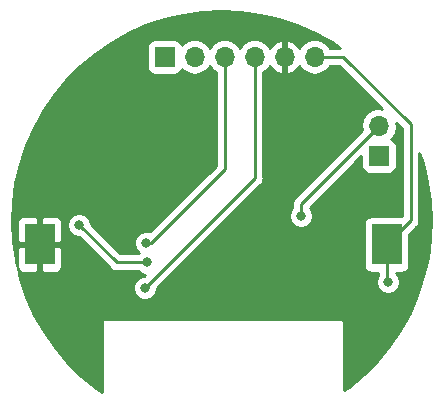
<source format=gbr>
G04 #@! TF.GenerationSoftware,KiCad,Pcbnew,5.0.2-bee76a0~70~ubuntu18.04.1*
G04 #@! TF.CreationDate,2018-12-11T14:37:26+01:00*
G04 #@! TF.ProjectId,Thermometer,54686572-6d6f-46d6-9574-65722e6b6963,rev?*
G04 #@! TF.SameCoordinates,Original*
G04 #@! TF.FileFunction,Copper,L2,Bot*
G04 #@! TF.FilePolarity,Positive*
%FSLAX46Y46*%
G04 Gerber Fmt 4.6, Leading zero omitted, Abs format (unit mm)*
G04 Created by KiCad (PCBNEW 5.0.2-bee76a0~70~ubuntu18.04.1) date mar. 11 déc. 2018 14:37:26 CET*
%MOMM*%
%LPD*%
G01*
G04 APERTURE LIST*
G04 #@! TA.AperFunction,SMDPad,CuDef*
%ADD10R,2.540000X3.510000*%
G04 #@! TD*
G04 #@! TA.AperFunction,ComponentPad*
%ADD11R,1.700000X1.700000*%
G04 #@! TD*
G04 #@! TA.AperFunction,ComponentPad*
%ADD12O,1.700000X1.700000*%
G04 #@! TD*
G04 #@! TA.AperFunction,ViaPad*
%ADD13C,0.800000*%
G04 #@! TD*
G04 #@! TA.AperFunction,Conductor*
%ADD14C,0.250000*%
G04 #@! TD*
G04 #@! TA.AperFunction,Conductor*
%ADD15C,0.254000*%
G04 #@! TD*
G04 APERTURE END LIST*
D10*
G04 #@! TO.P,J1,1*
G04 #@! TO.N,/GND*
X114404000Y-102870000D03*
G04 #@! TO.P,J1,2*
G04 #@! TO.N,/3V3*
X143764000Y-102870000D03*
G04 #@! TD*
D11*
G04 #@! TO.P,BME280,1*
G04 #@! TO.N,Net-(J3-Pad1)*
X124968000Y-86995000D03*
D12*
G04 #@! TO.P,BME280,2*
G04 #@! TO.N,Net-(J3-Pad2)*
X127508000Y-86995000D03*
G04 #@! TO.P,BME280,3*
G04 #@! TO.N,/SDA*
X130048000Y-86995000D03*
G04 #@! TO.P,BME280,4*
G04 #@! TO.N,/SCL*
X132588000Y-86995000D03*
G04 #@! TO.P,BME280,5*
G04 #@! TO.N,/GND*
X135128000Y-86995000D03*
G04 #@! TO.P,BME280,6*
G04 #@! TO.N,/3V3*
X137668000Y-86995000D03*
G04 #@! TD*
D11*
G04 #@! TO.P,R3,1*
G04 #@! TO.N,/VLDR*
X143129000Y-95377000D03*
D12*
G04 #@! TO.P,R3,2*
G04 #@! TO.N,/LDR_ON*
X143129000Y-92837000D03*
G04 #@! TD*
D13*
G04 #@! TO.N,/GND*
X116459000Y-108331000D03*
G04 #@! TO.N,/3V3*
X143891000Y-106045000D03*
G04 #@! TO.N,/TX*
X117729000Y-101219000D03*
X123444000Y-104394000D03*
G04 #@! TO.N,/SCL*
X123309338Y-106545338D03*
G04 #@! TO.N,/SDA*
X123436338Y-102735338D03*
G04 #@! TO.N,/LDR_ON*
X136525000Y-100457000D03*
G04 #@! TD*
D14*
G04 #@! TO.N,/GND*
X114404000Y-104875000D02*
X114427000Y-104898000D01*
X114404000Y-102870000D02*
X114404000Y-104875000D01*
X116078000Y-108331000D02*
X116459000Y-108331000D01*
X114427000Y-106680000D02*
X116078000Y-108331000D01*
X114427000Y-104898000D02*
X114427000Y-106680000D01*
G04 #@! TO.N,/3V3*
X145796000Y-92710000D02*
X140081000Y-86995000D01*
X140081000Y-86995000D02*
X137668000Y-86995000D01*
X143764000Y-102870000D02*
X145796000Y-100838000D01*
X145796000Y-100838000D02*
X145796000Y-92710000D01*
X143764000Y-105918000D02*
X143891000Y-106045000D01*
X143764000Y-102870000D02*
X143764000Y-105918000D01*
G04 #@! TO.N,/TX*
X117729000Y-101219000D02*
X120904000Y-104394000D01*
X120904000Y-104394000D02*
X123444000Y-104394000D01*
G04 #@! TO.N,/SCL*
X132588000Y-97266676D02*
X123309338Y-106545338D01*
X132588000Y-86995000D02*
X132588000Y-97266676D01*
G04 #@! TO.N,/SDA*
X130048000Y-96520000D02*
X130048000Y-86995000D01*
X123436338Y-102735338D02*
X123832662Y-102735338D01*
X123832662Y-102735338D02*
X130048000Y-96520000D01*
G04 #@! TO.N,/LDR_ON*
X136525000Y-99891315D02*
X136525000Y-100457000D01*
X143129000Y-92837000D02*
X136525000Y-99441000D01*
X136525000Y-99441000D02*
X136525000Y-99891315D01*
G04 #@! TD*
D15*
G04 #@! TO.N,/GND*
G36*
X131401307Y-83176669D02*
X133025823Y-83400645D01*
X134622704Y-83773720D01*
X136178298Y-84292705D01*
X137679302Y-84953163D01*
X139112881Y-85749445D01*
X139823345Y-86235000D01*
X138946178Y-86235000D01*
X138738625Y-85924375D01*
X138247418Y-85596161D01*
X137814256Y-85510000D01*
X137521744Y-85510000D01*
X137088582Y-85596161D01*
X136597375Y-85924375D01*
X136384157Y-86243478D01*
X136323183Y-86113642D01*
X135894924Y-85723355D01*
X135484890Y-85553524D01*
X135255000Y-85674845D01*
X135255000Y-86868000D01*
X135275000Y-86868000D01*
X135275000Y-87122000D01*
X135255000Y-87122000D01*
X135255000Y-88315155D01*
X135484890Y-88436476D01*
X135894924Y-88266645D01*
X136323183Y-87876358D01*
X136384157Y-87746522D01*
X136597375Y-88065625D01*
X137088582Y-88393839D01*
X137521744Y-88480000D01*
X137814256Y-88480000D01*
X138247418Y-88393839D01*
X138738625Y-88065625D01*
X138946178Y-87755000D01*
X139766199Y-87755000D01*
X143385035Y-91373836D01*
X143275256Y-91352000D01*
X142982744Y-91352000D01*
X142549582Y-91438161D01*
X142058375Y-91766375D01*
X141730161Y-92257582D01*
X141614908Y-92837000D01*
X141687791Y-93203407D01*
X136040530Y-98850669D01*
X135977071Y-98893071D01*
X135809096Y-99144464D01*
X135765000Y-99366149D01*
X135765000Y-99366153D01*
X135750112Y-99441000D01*
X135765000Y-99515847D01*
X135765000Y-99753289D01*
X135647569Y-99870720D01*
X135490000Y-100251126D01*
X135490000Y-100662874D01*
X135647569Y-101043280D01*
X135938720Y-101334431D01*
X136319126Y-101492000D01*
X136730874Y-101492000D01*
X137111280Y-101334431D01*
X137402431Y-101043280D01*
X137560000Y-100662874D01*
X137560000Y-100251126D01*
X137402431Y-99870720D01*
X137286256Y-99754545D01*
X141631560Y-95409242D01*
X141631560Y-96227000D01*
X141680843Y-96474765D01*
X141821191Y-96684809D01*
X142031235Y-96825157D01*
X142279000Y-96874440D01*
X143979000Y-96874440D01*
X144226765Y-96825157D01*
X144436809Y-96684809D01*
X144577157Y-96474765D01*
X144626440Y-96227000D01*
X144626440Y-94527000D01*
X144577157Y-94279235D01*
X144436809Y-94069191D01*
X144226765Y-93928843D01*
X144181381Y-93919816D01*
X144199625Y-93907625D01*
X144527839Y-93416418D01*
X144643092Y-92837000D01*
X144592164Y-92580966D01*
X145036001Y-93024803D01*
X145036000Y-100467958D01*
X145034000Y-100467560D01*
X142494000Y-100467560D01*
X142246235Y-100516843D01*
X142036191Y-100657191D01*
X141895843Y-100867235D01*
X141846560Y-101115000D01*
X141846560Y-104625000D01*
X141895843Y-104872765D01*
X142036191Y-105082809D01*
X142246235Y-105223157D01*
X142494000Y-105272440D01*
X143004001Y-105272440D01*
X143004001Y-105481820D01*
X142856000Y-105839126D01*
X142856000Y-106250874D01*
X143013569Y-106631280D01*
X143304720Y-106922431D01*
X143685126Y-107080000D01*
X144096874Y-107080000D01*
X144477280Y-106922431D01*
X144768431Y-106631280D01*
X144926000Y-106250874D01*
X144926000Y-105839126D01*
X144768431Y-105458720D01*
X144582151Y-105272440D01*
X145034000Y-105272440D01*
X145281765Y-105223157D01*
X145491809Y-105082809D01*
X145632157Y-104872765D01*
X145681440Y-104625000D01*
X145681440Y-102027362D01*
X146280473Y-101428329D01*
X146343929Y-101385929D01*
X146511904Y-101134537D01*
X146556000Y-100912852D01*
X146556000Y-100912847D01*
X146570888Y-100838000D01*
X146556000Y-100763153D01*
X146556000Y-95103906D01*
X146849826Y-95979520D01*
X147225688Y-97575748D01*
X147452498Y-99199871D01*
X147528318Y-100838000D01*
X147463504Y-102352811D01*
X147248038Y-103978477D01*
X146883329Y-105577290D01*
X146372496Y-107135580D01*
X145719907Y-108640021D01*
X144931141Y-110077750D01*
X144012944Y-111436474D01*
X142973167Y-112704575D01*
X141820699Y-113871209D01*
X140565396Y-114926402D01*
X140127000Y-115230528D01*
X140127000Y-109347000D01*
X140117333Y-109298399D01*
X140089803Y-109257197D01*
X140048601Y-109229667D01*
X140000000Y-109220000D01*
X119761000Y-109220000D01*
X119712399Y-109229667D01*
X119671197Y-109257197D01*
X119643667Y-109298399D01*
X119634000Y-109347000D01*
X119634000Y-115352676D01*
X119170725Y-115038425D01*
X117904441Y-113996436D01*
X116739820Y-112841934D01*
X115686820Y-111584791D01*
X114754445Y-110235757D01*
X113950668Y-108806366D01*
X113282360Y-107308841D01*
X112755237Y-105755986D01*
X112536771Y-104842496D01*
X112595673Y-104984699D01*
X112774302Y-105163327D01*
X113007691Y-105260000D01*
X114118250Y-105260000D01*
X114277000Y-105101250D01*
X114277000Y-102997000D01*
X114531000Y-102997000D01*
X114531000Y-105101250D01*
X114689750Y-105260000D01*
X115800309Y-105260000D01*
X116033698Y-105163327D01*
X116212327Y-104984699D01*
X116309000Y-104751310D01*
X116309000Y-103155750D01*
X116150250Y-102997000D01*
X114531000Y-102997000D01*
X114277000Y-102997000D01*
X112657750Y-102997000D01*
X112499000Y-103155750D01*
X112499000Y-104684563D01*
X112373806Y-104161080D01*
X112141327Y-102537759D01*
X112064211Y-100988690D01*
X112499000Y-100988690D01*
X112499000Y-102584250D01*
X112657750Y-102743000D01*
X114277000Y-102743000D01*
X114277000Y-100638750D01*
X114531000Y-100638750D01*
X114531000Y-102743000D01*
X116150250Y-102743000D01*
X116309000Y-102584250D01*
X116309000Y-101013126D01*
X116694000Y-101013126D01*
X116694000Y-101424874D01*
X116851569Y-101805280D01*
X117142720Y-102096431D01*
X117523126Y-102254000D01*
X117689199Y-102254000D01*
X120313671Y-104878473D01*
X120356071Y-104941929D01*
X120607463Y-105109904D01*
X120829148Y-105154000D01*
X120829152Y-105154000D01*
X120903999Y-105168888D01*
X120978846Y-105154000D01*
X122740289Y-105154000D01*
X122857720Y-105271431D01*
X123238126Y-105429000D01*
X123350875Y-105429000D01*
X123269537Y-105510338D01*
X123103464Y-105510338D01*
X122723058Y-105667907D01*
X122431907Y-105959058D01*
X122274338Y-106339464D01*
X122274338Y-106751212D01*
X122431907Y-107131618D01*
X122723058Y-107422769D01*
X123103464Y-107580338D01*
X123515212Y-107580338D01*
X123895618Y-107422769D01*
X124186769Y-107131618D01*
X124344338Y-106751212D01*
X124344338Y-106585139D01*
X133072473Y-97857005D01*
X133135929Y-97814605D01*
X133303904Y-97563213D01*
X133348000Y-97341528D01*
X133348000Y-97341524D01*
X133362888Y-97266676D01*
X133348000Y-97191828D01*
X133348000Y-88273178D01*
X133658625Y-88065625D01*
X133871843Y-87746522D01*
X133932817Y-87876358D01*
X134361076Y-88266645D01*
X134771110Y-88436476D01*
X135001000Y-88315155D01*
X135001000Y-87122000D01*
X134981000Y-87122000D01*
X134981000Y-86868000D01*
X135001000Y-86868000D01*
X135001000Y-85674845D01*
X134771110Y-85553524D01*
X134361076Y-85723355D01*
X133932817Y-86113642D01*
X133871843Y-86243478D01*
X133658625Y-85924375D01*
X133167418Y-85596161D01*
X132734256Y-85510000D01*
X132441744Y-85510000D01*
X132008582Y-85596161D01*
X131517375Y-85924375D01*
X131318000Y-86222761D01*
X131118625Y-85924375D01*
X130627418Y-85596161D01*
X130194256Y-85510000D01*
X129901744Y-85510000D01*
X129468582Y-85596161D01*
X128977375Y-85924375D01*
X128778000Y-86222761D01*
X128578625Y-85924375D01*
X128087418Y-85596161D01*
X127654256Y-85510000D01*
X127361744Y-85510000D01*
X126928582Y-85596161D01*
X126437375Y-85924375D01*
X126425184Y-85942619D01*
X126416157Y-85897235D01*
X126275809Y-85687191D01*
X126065765Y-85546843D01*
X125818000Y-85497560D01*
X124118000Y-85497560D01*
X123870235Y-85546843D01*
X123660191Y-85687191D01*
X123519843Y-85897235D01*
X123470560Y-86145000D01*
X123470560Y-87845000D01*
X123519843Y-88092765D01*
X123660191Y-88302809D01*
X123870235Y-88443157D01*
X124118000Y-88492440D01*
X125818000Y-88492440D01*
X126065765Y-88443157D01*
X126275809Y-88302809D01*
X126416157Y-88092765D01*
X126425184Y-88047381D01*
X126437375Y-88065625D01*
X126928582Y-88393839D01*
X127361744Y-88480000D01*
X127654256Y-88480000D01*
X128087418Y-88393839D01*
X128578625Y-88065625D01*
X128778000Y-87767239D01*
X128977375Y-88065625D01*
X129288001Y-88273179D01*
X129288000Y-96205197D01*
X123748737Y-101744462D01*
X123642212Y-101700338D01*
X123230464Y-101700338D01*
X122850058Y-101857907D01*
X122558907Y-102149058D01*
X122401338Y-102529464D01*
X122401338Y-102941212D01*
X122558907Y-103321618D01*
X122805789Y-103568500D01*
X122740289Y-103634000D01*
X121218802Y-103634000D01*
X118764000Y-101179199D01*
X118764000Y-101013126D01*
X118606431Y-100632720D01*
X118315280Y-100341569D01*
X117934874Y-100184000D01*
X117523126Y-100184000D01*
X117142720Y-100341569D01*
X116851569Y-100632720D01*
X116694000Y-101013126D01*
X116309000Y-101013126D01*
X116309000Y-100988690D01*
X116212327Y-100755301D01*
X116033698Y-100576673D01*
X115800309Y-100480000D01*
X114689750Y-100480000D01*
X114531000Y-100638750D01*
X114277000Y-100638750D01*
X114118250Y-100480000D01*
X113007691Y-100480000D01*
X112774302Y-100576673D01*
X112595673Y-100755301D01*
X112499000Y-100988690D01*
X112064211Y-100988690D01*
X112059790Y-100899904D01*
X112129891Y-99261520D01*
X112351031Y-97636616D01*
X112721318Y-96039086D01*
X113237588Y-94482589D01*
X113895425Y-92980435D01*
X114689204Y-91545467D01*
X115612138Y-90189957D01*
X116656336Y-88925493D01*
X117812868Y-87762889D01*
X119071847Y-86712085D01*
X120422507Y-85782066D01*
X121853298Y-84980784D01*
X123351987Y-84315091D01*
X124905759Y-83790679D01*
X126501329Y-83412032D01*
X128125053Y-83182388D01*
X129763048Y-83103709D01*
X131401307Y-83176669D01*
X131401307Y-83176669D01*
G37*
X131401307Y-83176669D02*
X133025823Y-83400645D01*
X134622704Y-83773720D01*
X136178298Y-84292705D01*
X137679302Y-84953163D01*
X139112881Y-85749445D01*
X139823345Y-86235000D01*
X138946178Y-86235000D01*
X138738625Y-85924375D01*
X138247418Y-85596161D01*
X137814256Y-85510000D01*
X137521744Y-85510000D01*
X137088582Y-85596161D01*
X136597375Y-85924375D01*
X136384157Y-86243478D01*
X136323183Y-86113642D01*
X135894924Y-85723355D01*
X135484890Y-85553524D01*
X135255000Y-85674845D01*
X135255000Y-86868000D01*
X135275000Y-86868000D01*
X135275000Y-87122000D01*
X135255000Y-87122000D01*
X135255000Y-88315155D01*
X135484890Y-88436476D01*
X135894924Y-88266645D01*
X136323183Y-87876358D01*
X136384157Y-87746522D01*
X136597375Y-88065625D01*
X137088582Y-88393839D01*
X137521744Y-88480000D01*
X137814256Y-88480000D01*
X138247418Y-88393839D01*
X138738625Y-88065625D01*
X138946178Y-87755000D01*
X139766199Y-87755000D01*
X143385035Y-91373836D01*
X143275256Y-91352000D01*
X142982744Y-91352000D01*
X142549582Y-91438161D01*
X142058375Y-91766375D01*
X141730161Y-92257582D01*
X141614908Y-92837000D01*
X141687791Y-93203407D01*
X136040530Y-98850669D01*
X135977071Y-98893071D01*
X135809096Y-99144464D01*
X135765000Y-99366149D01*
X135765000Y-99366153D01*
X135750112Y-99441000D01*
X135765000Y-99515847D01*
X135765000Y-99753289D01*
X135647569Y-99870720D01*
X135490000Y-100251126D01*
X135490000Y-100662874D01*
X135647569Y-101043280D01*
X135938720Y-101334431D01*
X136319126Y-101492000D01*
X136730874Y-101492000D01*
X137111280Y-101334431D01*
X137402431Y-101043280D01*
X137560000Y-100662874D01*
X137560000Y-100251126D01*
X137402431Y-99870720D01*
X137286256Y-99754545D01*
X141631560Y-95409242D01*
X141631560Y-96227000D01*
X141680843Y-96474765D01*
X141821191Y-96684809D01*
X142031235Y-96825157D01*
X142279000Y-96874440D01*
X143979000Y-96874440D01*
X144226765Y-96825157D01*
X144436809Y-96684809D01*
X144577157Y-96474765D01*
X144626440Y-96227000D01*
X144626440Y-94527000D01*
X144577157Y-94279235D01*
X144436809Y-94069191D01*
X144226765Y-93928843D01*
X144181381Y-93919816D01*
X144199625Y-93907625D01*
X144527839Y-93416418D01*
X144643092Y-92837000D01*
X144592164Y-92580966D01*
X145036001Y-93024803D01*
X145036000Y-100467958D01*
X145034000Y-100467560D01*
X142494000Y-100467560D01*
X142246235Y-100516843D01*
X142036191Y-100657191D01*
X141895843Y-100867235D01*
X141846560Y-101115000D01*
X141846560Y-104625000D01*
X141895843Y-104872765D01*
X142036191Y-105082809D01*
X142246235Y-105223157D01*
X142494000Y-105272440D01*
X143004001Y-105272440D01*
X143004001Y-105481820D01*
X142856000Y-105839126D01*
X142856000Y-106250874D01*
X143013569Y-106631280D01*
X143304720Y-106922431D01*
X143685126Y-107080000D01*
X144096874Y-107080000D01*
X144477280Y-106922431D01*
X144768431Y-106631280D01*
X144926000Y-106250874D01*
X144926000Y-105839126D01*
X144768431Y-105458720D01*
X144582151Y-105272440D01*
X145034000Y-105272440D01*
X145281765Y-105223157D01*
X145491809Y-105082809D01*
X145632157Y-104872765D01*
X145681440Y-104625000D01*
X145681440Y-102027362D01*
X146280473Y-101428329D01*
X146343929Y-101385929D01*
X146511904Y-101134537D01*
X146556000Y-100912852D01*
X146556000Y-100912847D01*
X146570888Y-100838000D01*
X146556000Y-100763153D01*
X146556000Y-95103906D01*
X146849826Y-95979520D01*
X147225688Y-97575748D01*
X147452498Y-99199871D01*
X147528318Y-100838000D01*
X147463504Y-102352811D01*
X147248038Y-103978477D01*
X146883329Y-105577290D01*
X146372496Y-107135580D01*
X145719907Y-108640021D01*
X144931141Y-110077750D01*
X144012944Y-111436474D01*
X142973167Y-112704575D01*
X141820699Y-113871209D01*
X140565396Y-114926402D01*
X140127000Y-115230528D01*
X140127000Y-109347000D01*
X140117333Y-109298399D01*
X140089803Y-109257197D01*
X140048601Y-109229667D01*
X140000000Y-109220000D01*
X119761000Y-109220000D01*
X119712399Y-109229667D01*
X119671197Y-109257197D01*
X119643667Y-109298399D01*
X119634000Y-109347000D01*
X119634000Y-115352676D01*
X119170725Y-115038425D01*
X117904441Y-113996436D01*
X116739820Y-112841934D01*
X115686820Y-111584791D01*
X114754445Y-110235757D01*
X113950668Y-108806366D01*
X113282360Y-107308841D01*
X112755237Y-105755986D01*
X112536771Y-104842496D01*
X112595673Y-104984699D01*
X112774302Y-105163327D01*
X113007691Y-105260000D01*
X114118250Y-105260000D01*
X114277000Y-105101250D01*
X114277000Y-102997000D01*
X114531000Y-102997000D01*
X114531000Y-105101250D01*
X114689750Y-105260000D01*
X115800309Y-105260000D01*
X116033698Y-105163327D01*
X116212327Y-104984699D01*
X116309000Y-104751310D01*
X116309000Y-103155750D01*
X116150250Y-102997000D01*
X114531000Y-102997000D01*
X114277000Y-102997000D01*
X112657750Y-102997000D01*
X112499000Y-103155750D01*
X112499000Y-104684563D01*
X112373806Y-104161080D01*
X112141327Y-102537759D01*
X112064211Y-100988690D01*
X112499000Y-100988690D01*
X112499000Y-102584250D01*
X112657750Y-102743000D01*
X114277000Y-102743000D01*
X114277000Y-100638750D01*
X114531000Y-100638750D01*
X114531000Y-102743000D01*
X116150250Y-102743000D01*
X116309000Y-102584250D01*
X116309000Y-101013126D01*
X116694000Y-101013126D01*
X116694000Y-101424874D01*
X116851569Y-101805280D01*
X117142720Y-102096431D01*
X117523126Y-102254000D01*
X117689199Y-102254000D01*
X120313671Y-104878473D01*
X120356071Y-104941929D01*
X120607463Y-105109904D01*
X120829148Y-105154000D01*
X120829152Y-105154000D01*
X120903999Y-105168888D01*
X120978846Y-105154000D01*
X122740289Y-105154000D01*
X122857720Y-105271431D01*
X123238126Y-105429000D01*
X123350875Y-105429000D01*
X123269537Y-105510338D01*
X123103464Y-105510338D01*
X122723058Y-105667907D01*
X122431907Y-105959058D01*
X122274338Y-106339464D01*
X122274338Y-106751212D01*
X122431907Y-107131618D01*
X122723058Y-107422769D01*
X123103464Y-107580338D01*
X123515212Y-107580338D01*
X123895618Y-107422769D01*
X124186769Y-107131618D01*
X124344338Y-106751212D01*
X124344338Y-106585139D01*
X133072473Y-97857005D01*
X133135929Y-97814605D01*
X133303904Y-97563213D01*
X133348000Y-97341528D01*
X133348000Y-97341524D01*
X133362888Y-97266676D01*
X133348000Y-97191828D01*
X133348000Y-88273178D01*
X133658625Y-88065625D01*
X133871843Y-87746522D01*
X133932817Y-87876358D01*
X134361076Y-88266645D01*
X134771110Y-88436476D01*
X135001000Y-88315155D01*
X135001000Y-87122000D01*
X134981000Y-87122000D01*
X134981000Y-86868000D01*
X135001000Y-86868000D01*
X135001000Y-85674845D01*
X134771110Y-85553524D01*
X134361076Y-85723355D01*
X133932817Y-86113642D01*
X133871843Y-86243478D01*
X133658625Y-85924375D01*
X133167418Y-85596161D01*
X132734256Y-85510000D01*
X132441744Y-85510000D01*
X132008582Y-85596161D01*
X131517375Y-85924375D01*
X131318000Y-86222761D01*
X131118625Y-85924375D01*
X130627418Y-85596161D01*
X130194256Y-85510000D01*
X129901744Y-85510000D01*
X129468582Y-85596161D01*
X128977375Y-85924375D01*
X128778000Y-86222761D01*
X128578625Y-85924375D01*
X128087418Y-85596161D01*
X127654256Y-85510000D01*
X127361744Y-85510000D01*
X126928582Y-85596161D01*
X126437375Y-85924375D01*
X126425184Y-85942619D01*
X126416157Y-85897235D01*
X126275809Y-85687191D01*
X126065765Y-85546843D01*
X125818000Y-85497560D01*
X124118000Y-85497560D01*
X123870235Y-85546843D01*
X123660191Y-85687191D01*
X123519843Y-85897235D01*
X123470560Y-86145000D01*
X123470560Y-87845000D01*
X123519843Y-88092765D01*
X123660191Y-88302809D01*
X123870235Y-88443157D01*
X124118000Y-88492440D01*
X125818000Y-88492440D01*
X126065765Y-88443157D01*
X126275809Y-88302809D01*
X126416157Y-88092765D01*
X126425184Y-88047381D01*
X126437375Y-88065625D01*
X126928582Y-88393839D01*
X127361744Y-88480000D01*
X127654256Y-88480000D01*
X128087418Y-88393839D01*
X128578625Y-88065625D01*
X128778000Y-87767239D01*
X128977375Y-88065625D01*
X129288001Y-88273179D01*
X129288000Y-96205197D01*
X123748737Y-101744462D01*
X123642212Y-101700338D01*
X123230464Y-101700338D01*
X122850058Y-101857907D01*
X122558907Y-102149058D01*
X122401338Y-102529464D01*
X122401338Y-102941212D01*
X122558907Y-103321618D01*
X122805789Y-103568500D01*
X122740289Y-103634000D01*
X121218802Y-103634000D01*
X118764000Y-101179199D01*
X118764000Y-101013126D01*
X118606431Y-100632720D01*
X118315280Y-100341569D01*
X117934874Y-100184000D01*
X117523126Y-100184000D01*
X117142720Y-100341569D01*
X116851569Y-100632720D01*
X116694000Y-101013126D01*
X116309000Y-101013126D01*
X116309000Y-100988690D01*
X116212327Y-100755301D01*
X116033698Y-100576673D01*
X115800309Y-100480000D01*
X114689750Y-100480000D01*
X114531000Y-100638750D01*
X114277000Y-100638750D01*
X114118250Y-100480000D01*
X113007691Y-100480000D01*
X112774302Y-100576673D01*
X112595673Y-100755301D01*
X112499000Y-100988690D01*
X112064211Y-100988690D01*
X112059790Y-100899904D01*
X112129891Y-99261520D01*
X112351031Y-97636616D01*
X112721318Y-96039086D01*
X113237588Y-94482589D01*
X113895425Y-92980435D01*
X114689204Y-91545467D01*
X115612138Y-90189957D01*
X116656336Y-88925493D01*
X117812868Y-87762889D01*
X119071847Y-86712085D01*
X120422507Y-85782066D01*
X121853298Y-84980784D01*
X123351987Y-84315091D01*
X124905759Y-83790679D01*
X126501329Y-83412032D01*
X128125053Y-83182388D01*
X129763048Y-83103709D01*
X131401307Y-83176669D01*
G04 #@! TD*
M02*

</source>
